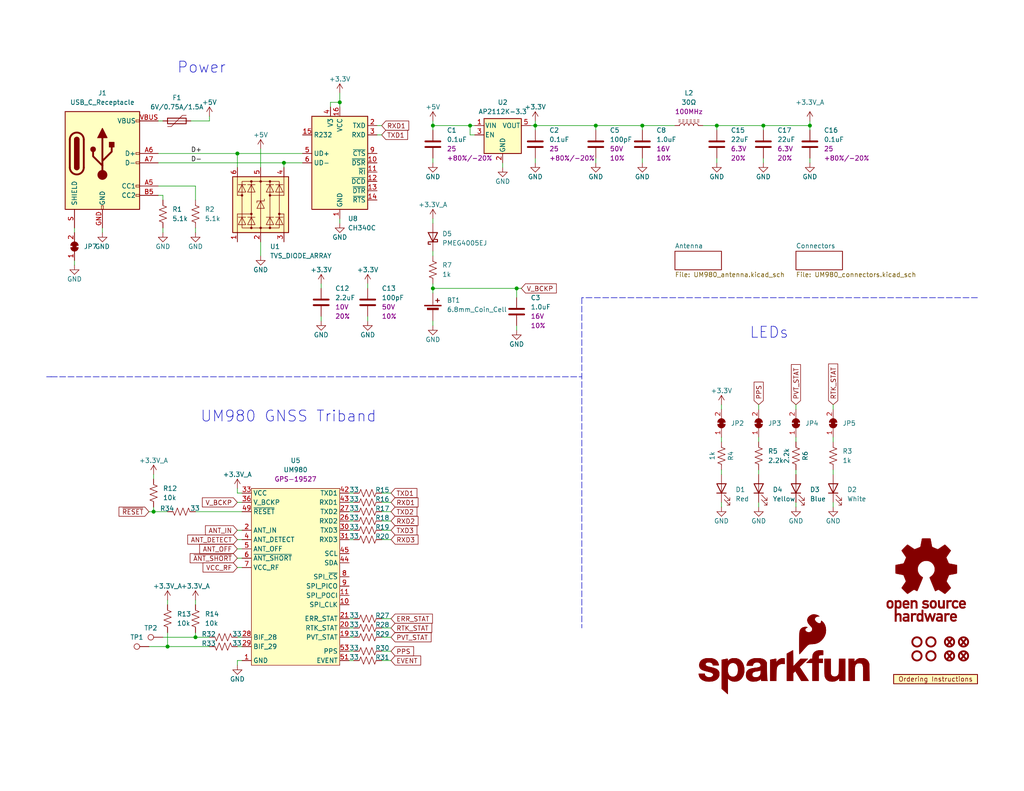
<source format=kicad_sch>
(kicad_sch (version 20230121) (generator eeschema)
  (paper "USLetter")
  (title_block (title "UM980 Triband GNSS Receiver Breakout") (date "2023-07-28") (rev "v10") (comment 1 "Designed by: N.Seidle"))
  (junction (at 53.34 173.99))
  (junction (at 208.28 34.29))
  (junction (at 220.98 34.29))
  (junction (at 128.27 34.29))
  (junction (at 64.77 41.91))
  (junction (at 195.58 34.29))
  (junction (at 175.26 34.29))
  (junction (at 162.56 34.29))
  (junction (at 45.72 176.53))
  (junction (at 118.11 34.29))
  (junction (at 92.71 27.94))
  (junction (at 146.05 34.29))
  (junction (at 140.97 78.74))
  (junction (at 118.11 78.74))
  (junction (at 77.47 44.45))
  (junction (at 41.91 139.7))
  (wire (pts (xy 227.33 120.65) (xy 227.33 119.38)))
  (wire (pts (xy 43.18 33.02) (xy 44.45 33.02)))
  (wire (pts (xy 44.45 173.99) (xy 53.34 173.99)))
  (wire (pts (xy 146.05 34.29) (xy 162.56 34.29)))
  (wire (pts (xy 195.58 44.45) (xy 195.58 43.18)))
  (wire (pts (xy 96.52 142.24) (xy 95.25 142.24)))
  (wire (pts (xy 77.47 44.45) (xy 77.47 45.72)))
  (wire (pts (xy 77.47 44.45) (xy 82.55 44.45)))
  (wire (pts (xy 104.14 177.8) (xy 106.68 177.8)))
  (wire (pts (xy 87.63 86.36) (xy 87.63 87.63)))
  (wire (pts (xy 64.77 147.32) (xy 66.04 147.32)))
  (wire (pts (xy 96.52 171.45) (xy 95.25 171.45)))
  (wire (pts (xy 196.85 137.16) (xy 196.85 138.43)))
  (wire (pts (xy 146.05 33.02) (xy 146.05 34.29)))
  (wire (pts (xy 208.28 34.29) (xy 220.98 34.29)))
  (wire (pts (xy 220.98 33.02) (xy 220.98 34.29)))
  (wire (pts (xy 175.26 43.18) (xy 175.26 44.45)))
  (wire (pts (xy 102.87 34.29) (xy 104.14 34.29)))
  (wire (pts (xy 104.14 144.78) (xy 106.68 144.78)))
  (wire (pts (xy 146.05 34.29) (xy 146.05 35.56)))
  (wire (pts (xy 129.54 36.83) (xy 128.27 36.83)))
  (wire (pts (xy 104.14 180.34) (xy 106.68 180.34)))
  (wire (pts (xy 208.28 34.29) (xy 208.28 35.56)))
  (wire (pts (xy 45.72 163.83) (xy 45.72 165.1)))
  (wire (pts (xy 118.11 43.18) (xy 118.11 44.45)))
  (wire (pts (xy 53.34 163.83) (xy 53.34 165.1)))
  (wire (pts (xy 64.77 137.16) (xy 66.04 137.16)))
  (wire (pts (xy 44.45 53.34) (xy 44.45 54.61)))
  (wire (pts (xy 90.17 27.94) (xy 92.71 27.94)))
  (wire (pts (xy 64.77 154.94) (xy 66.04 154.94)))
  (wire (pts (xy 52.07 33.02) (xy 57.15 33.02)))
  (wire (pts (xy 92.71 59.69) (xy 92.71 60.96)))
  (wire (pts (xy 227.33 137.16) (xy 227.33 138.43)))
  (wire (pts (xy 196.85 129.54) (xy 196.85 128.27)))
  (wire (pts (xy 217.17 120.65) (xy 217.17 119.38)))
  (wire (pts (xy 43.18 53.34) (xy 44.45 53.34)))
  (wire (pts (xy 104.14 139.7) (xy 106.68 139.7)))
  (wire (pts (xy 118.11 77.47) (xy 118.11 78.74)))
  (wire (pts (xy 64.77 149.86) (xy 66.04 149.86)))
  (wire (pts (xy 44.45 62.23) (xy 44.45 63.5)))
  (wire (pts (xy 118.11 88.9) (xy 118.11 87.63)))
  (wire (pts (xy 104.14 173.99) (xy 106.68 173.99)))
  (wire (pts (xy 196.85 120.65) (xy 196.85 119.38)))
  (wire (pts (xy 118.11 78.74) (xy 140.97 78.74)))
  (polyline (pts (xy 13.97 102.87) (xy 158.75 102.87)) (stroke (width 0) (type dash)))
  (wire (pts (xy 220.98 44.45) (xy 220.98 43.18)))
  (wire (pts (xy 64.77 152.4) (xy 66.04 152.4)))
  (wire (pts (xy 140.97 88.9) (xy 140.97 90.17)))
  (wire (pts (xy 191.77 34.29) (xy 195.58 34.29)))
  (wire (pts (xy 53.34 62.23) (xy 53.34 63.5)))
  (wire (pts (xy 64.77 41.91) (xy 82.55 41.91)))
  (wire (pts (xy 227.33 129.54) (xy 227.33 128.27)))
  (wire (pts (xy 162.56 43.18) (xy 162.56 44.45)))
  (wire (pts (xy 92.71 27.94) (xy 92.71 29.21)))
  (wire (pts (xy 137.16 44.45) (xy 137.16 45.72)))
  (wire (pts (xy 87.63 78.74) (xy 87.63 77.47)))
  (wire (pts (xy 71.12 40.64) (xy 71.12 45.72)))
  (wire (pts (xy 96.52 177.8) (xy 95.25 177.8)))
  (wire (pts (xy 64.77 41.91) (xy 64.77 45.72)))
  (wire (pts (xy 118.11 33.02) (xy 118.11 34.29)))
  (wire (pts (xy 64.77 133.35) (xy 64.77 134.62)))
  (wire (pts (xy 96.52 173.99) (xy 95.25 173.99)))
  (wire (pts (xy 118.11 59.69) (xy 118.11 60.96)))
  (wire (pts (xy 53.34 50.8) (xy 53.34 54.61)))
  (wire (pts (xy 53.34 173.99) (xy 57.15 173.99)))
  (wire (pts (xy 104.14 168.91) (xy 106.68 168.91)))
  (wire (pts (xy 40.64 139.7) (xy 41.91 139.7)))
  (wire (pts (xy 118.11 68.58) (xy 118.11 69.85)))
  (wire (pts (xy 96.52 144.78) (xy 95.25 144.78)))
  (wire (pts (xy 100.33 86.36) (xy 100.33 87.63)))
  (wire (pts (xy 41.91 139.7) (xy 45.72 139.7)))
  (wire (pts (xy 96.52 147.32) (xy 95.25 147.32)))
  (wire (pts (xy 43.18 50.8) (xy 53.34 50.8)))
  (wire (pts (xy 41.91 129.54) (xy 41.91 130.81)))
  (wire (pts (xy 118.11 34.29) (xy 128.27 34.29)))
  (wire (pts (xy 92.71 25.4) (xy 92.71 27.94)))
  (wire (pts (xy 27.94 62.23) (xy 27.94 63.5)))
  (wire (pts (xy 196.85 110.49) (xy 196.85 111.76)))
  (wire (pts (xy 128.27 34.29) (xy 128.27 36.83)))
  (wire (pts (xy 208.28 44.45) (xy 208.28 43.18)))
  (wire (pts (xy 104.14 142.24) (xy 106.68 142.24)))
  (wire (pts (xy 20.32 63.5) (xy 20.32 62.23)))
  (wire (pts (xy 207.01 137.16) (xy 207.01 138.43)))
  (wire (pts (xy 207.01 110.49) (xy 207.01 111.76)))
  (wire (pts (xy 162.56 34.29) (xy 162.56 35.56)))
  (wire (pts (xy 100.33 78.74) (xy 100.33 77.47)))
  (wire (pts (xy 96.52 137.16) (xy 95.25 137.16)))
  (polyline (pts (xy 12.7 102.87) (xy 13.97 102.87)) (stroke (width 0) (type dash)))
  (wire (pts (xy 104.14 171.45) (xy 106.68 171.45)))
  (wire (pts (xy 96.52 168.91) (xy 95.25 168.91)))
  (wire (pts (xy 195.58 34.29) (xy 195.58 35.56)))
  (wire (pts (xy 217.17 110.49) (xy 217.17 111.76)))
  (wire (pts (xy 175.26 34.29) (xy 184.15 34.29)))
  (wire (pts (xy 175.26 34.29) (xy 175.26 35.56)))
  (wire (pts (xy 220.98 34.29) (xy 220.98 35.56)))
  (wire (pts (xy 96.52 180.34) (xy 95.25 180.34)))
  (wire (pts (xy 45.72 176.53) (xy 45.72 172.72)))
  (wire (pts (xy 20.32 72.39) (xy 20.32 71.12)))
  (wire (pts (xy 90.17 29.21) (xy 90.17 27.94)))
  (wire (pts (xy 217.17 137.16) (xy 217.17 138.43)))
  (wire (pts (xy 104.14 137.16) (xy 106.68 137.16)))
  (wire (pts (xy 66.04 134.62) (xy 64.77 134.62)))
  (wire (pts (xy 144.78 34.29) (xy 146.05 34.29)))
  (wire (pts (xy 71.12 66.04) (xy 71.12 69.85)))
  (wire (pts (xy 96.52 134.62) (xy 95.25 134.62)))
  (wire (pts (xy 64.77 173.99) (xy 66.04 173.99)))
  (wire (pts (xy 64.77 180.34) (xy 64.77 181.61)))
  (wire (pts (xy 102.87 36.83) (xy 104.14 36.83)))
  (wire (pts (xy 53.34 139.7) (xy 66.04 139.7)))
  (wire (pts (xy 118.11 78.74) (xy 118.11 80.01)))
  (wire (pts (xy 45.72 176.53) (xy 57.15 176.53)))
  (polyline (pts (xy 266.7 81.28) (xy 158.75 81.28)) (stroke (width 0) (type dash)))
  (wire (pts (xy 128.27 34.29) (xy 129.54 34.29)))
  (wire (pts (xy 217.17 129.54) (xy 217.17 128.27)))
  (wire (pts (xy 43.18 41.91) (xy 64.77 41.91)))
  (polyline (pts (xy 158.75 81.28) (xy 158.75 171.45)) (stroke (width 0) (type dash)))
  (wire (pts (xy 207.01 120.65) (xy 207.01 119.38)))
  (wire (pts (xy 227.33 110.49) (xy 227.33 111.76)))
  (wire (pts (xy 57.15 31.75) (xy 57.15 33.02)))
  (wire (pts (xy 41.91 138.43) (xy 41.91 139.7)))
  (wire (pts (xy 162.56 34.29) (xy 175.26 34.29)))
  (wire (pts (xy 118.11 34.29) (xy 118.11 35.56)))
  (wire (pts (xy 66.04 180.34) (xy 64.77 180.34)))
  (wire (pts (xy 207.01 129.54) (xy 207.01 128.27)))
  (wire (pts (xy 140.97 78.74) (xy 142.24 78.74)))
  (wire (pts (xy 53.34 172.72) (xy 53.34 173.99)))
  (wire (pts (xy 64.77 144.78) (xy 66.04 144.78)))
  (wire (pts (xy 140.97 78.74) (xy 140.97 81.28)))
  (wire (pts (xy 195.58 34.29) (xy 208.28 34.29)))
  (wire (pts (xy 96.52 139.7) (xy 95.25 139.7)))
  (wire (pts (xy 64.77 176.53) (xy 66.04 176.53)))
  (wire (pts (xy 40.64 176.53) (xy 45.72 176.53)))
  (wire (pts (xy 104.14 147.32) (xy 106.68 147.32)))
  (wire (pts (xy 104.14 134.62) (xy 106.68 134.62)))
  (wire (pts (xy 146.05 43.18) (xy 146.05 44.45)))
  (wire (pts (xy 43.18 44.45) (xy 77.47 44.45)))
  (text "LEDs\n" (at 204.47 92.71 0) (effects (font (size 3 3)) (justify left bottom)))
  (text "UM980 GNSS Triband\n" (at 54.61 115.57 0) (effects (font (size 3 3)) (justify left bottom)))
  (text "Power\n" (at 48.26 20.32 0) (effects (font (size 3 3)) (justify left bottom)))
  (label "D+" (at 52.0636 41.91 0))
  (label "D-" (at 52.07 44.45 0))
  (global_label "EVENT" (shape input) (at 106.68 180.34 0) (property "Intersheetrefs" "${INTERSHEET_REFS}" (effects hide)))
  (global_label "ERR_STAT" (shape input) (at 106.68 168.91 0) (property "Intersheetrefs" "${INTERSHEET_REFS}" (effects hide)))
  (global_label "PVT_STAT" (shape input) (at 217.17 110.49 90) (property "Intersheetrefs" "${INTERSHEET_REFS}" (effects hide)))
  (global_label "ANT_IN" (shape input) (at 64.77 144.78 180) (property "Intersheetrefs" "${INTERSHEET_REFS}" (effects hide)))
  (global_label "PVT_STAT" (shape input) (at 106.68 173.99 0) (property "Intersheetrefs" "${INTERSHEET_REFS}" (effects hide)))
  (global_label "TXD3" (shape input) (at 106.68 144.78 0) (property "Intersheetrefs" "${INTERSHEET_REFS}" (effects hide)))
  (global_label "ANT_DETECT" (shape input) (at 64.77 147.32 180) (property "Intersheetrefs" "${INTERSHEET_REFS}" (effects hide)))
  (global_label "VCC_RF" (shape input) (at 64.77 154.94 180) (property "Intersheetrefs" "${INTERSHEET_REFS}" (effects hide)))
  (global_label "RTK_STAT" (shape input) (at 227.33 110.49 90) (property "Intersheetrefs" "${INTERSHEET_REFS}" (effects hide)))
  (global_label "RXD2" (shape input) (at 106.68 142.24 0) (property "Intersheetrefs" "${INTERSHEET_REFS}" (effects hide)))
  (global_label "RTK_STAT" (shape input) (at 106.68 171.45 0) (property "Intersheetrefs" "${INTERSHEET_REFS}" (effects hide)))
  (global_label "TXD1" (shape input) (at 104.14 36.83 0) (property "Intersheetrefs" "${INTERSHEET_REFS}" (effects hide)))
  (global_label "RXD1" (shape input) (at 104.14 34.29 0) (property "Intersheetrefs" "${INTERSHEET_REFS}" (effects hide)))
  (global_label "TXD2" (shape input) (at 106.68 139.7 0) (property "Intersheetrefs" "${INTERSHEET_REFS}" (effects hide)))
  (global_label "V_BCKP" (shape input) (at 64.77 137.16 180) (property "Intersheetrefs" "${INTERSHEET_REFS}" (effects hide)))
  (global_label "~{RESET}" (shape input) (at 40.64 139.7 180) (property "Intersheetrefs" "${INTERSHEET_REFS}" (effects hide)))
  (global_label "PPS" (shape input) (at 106.68 177.8 0) (property "Intersheetrefs" "${INTERSHEET_REFS}" (effects hide)))
  (global_label "RXD3" (shape input) (at 106.68 147.32 0) (property "Intersheetrefs" "${INTERSHEET_REFS}" (effects hide)))
  (global_label "TXD1" (shape input) (at 106.68 134.62 0) (property "Intersheetrefs" "${INTERSHEET_REFS}" (effects hide)))
  (global_label "V_BCKP" (shape input) (at 142.24 78.74 0) (property "Intersheetrefs" "${INTERSHEET_REFS}" (effects hide)))
  (global_label "RXD1" (shape input) (at 106.68 137.16 0) (property "Intersheetrefs" "${INTERSHEET_REFS}" (effects hide)))
  (global_label "PPS" (shape input) (at 207.01 110.49 90) (property "Intersheetrefs" "${INTERSHEET_REFS}" (effects hide)))
  (global_label "ANT_OFF" (shape input) (at 64.77 149.86 180) (property "Intersheetrefs" "${INTERSHEET_REFS}" (effects hide)))
  (global_label "~{ANT_SHORT}" (shape input) (at 64.77 152.4 180) (property "Intersheetrefs" "${INTERSHEET_REFS}" (effects hide)))
  (symbol (lib_id "SparkFun-Hardware:Stand_off") (at 250.19 179.07 0) (unit 1)
    (property "Reference" "ST4" (effects hide))
    (property "Value" "Stand_off" (effects hide))
    (property "Footprint" "SparkFun-Hardware:STAND-OFF" (effects hide))
  )
  (symbol (lib_id "SparkFun-Aesthetic:Ordering_Instructions") (at 254 185.42 0) (unit 1)
    (property "Reference" "U7" (effects hide))
    (property "Footprint" "SparkFun-Aesthetic:Ordering_Instructions" (effects hide))
  )
  (symbol (lib_id "SparkFun-PowerSymbol:+3.3V_A") (at 220.98 33.02 0) (unit 1)
    (property "Reference" "#PWR065" (effects hide))
    (property "Value" "+3.3V_A" (at 220.98 27.94 0))
  )
  (symbol (lib_id "SparkFun-Capacitor:100pF_0603_50V_10%") (at 162.56 39.37 0) (unit 1)
    (property "Reference" "C5" (at 166.37 35.56 0) (effects (justify left)))
    (property "Value" "100pF" (at 166.37 38.1 0) (effects (justify left)))
    (property "Footprint" "SparkFun-Capacitor:C_0603_1608Metric" (effects hide))
    (property "Datasheet" "[link text](https://cdn.sparkfun.com/assets/8/a/4/a/5/Kemet_Capacitor_Datasheet.pdf)" (effects hide))
    (property "PROD_ID" "CAP-07883" (effects hide))
    (property "Voltage" "50V" (at 166.37 40.64 0) (effects (justify left)))
    (property "Tolerance" "10%" (at 166.37 43.18 0) (effects (justify left)))
  )
  (symbol (lib_id "SparkFun-PowerSymbol:+3.3V_A") (at 53.34 163.83 0) (unit 1)
    (property "Reference" "#PWR054" (effects hide))
    (property "Value" "+3.3V_A" (at 53.34 160.02 0))
  )
  (symbol (lib_id "power:GND") (at 162.56 44.45 0) (unit 1)
    (property "Reference" "#PWR034" (effects hide))
    (property "Value" "GND" (at 162.56 48.26 0))
  )
  (symbol (lib_id "SparkFun-Jumper:SolderJumper_2_Bridged") (at 227.33 115.57 90) (unit 1)
    (property "Reference" "JP5" (at 229.87 115.57 90) (effects (justify right)))
    (property "Footprint" "SparkFun-Jumper:SMT-JUMPER_2_NC_TRACE_SILK" (effects hide))
  )
  (symbol (lib_id "SparkFun-Coil:30Ohm_100MHz_0603") (at 187.96 34.29 0) (unit 1)
    (property "Reference" "L2" (at 187.96 25.4 0))
    (property "Value" "30Ω" (at 187.96 27.94 0))
    (property "Footprint" "SparkFun-Capacitor:C_0603_1608Metric" (effects hide))
    (property "Datasheet" "https://product.tdk.com/en/system/files?file=dam/doc/product/emc/emc/beads/catalog/beads_commercial_power_mpz1608_en.pdf" (effects hide))
    (property "PROD_ID" "NDUC-07859" (effects hide))
    (property "Frequency" "100MHz" (at 187.96 30.48 0))
  )
  (symbol (lib_id "SparkFun-Connector:TestPoint_PTH") (at 40.64 176.53 90) (unit 1)
    (property "Reference" "TP1" (at 37.338 173.99 90))
    (property "Value" "TestPoint" (effects hide))
    (property "Footprint" "SparkFun-Connector:1X01" (effects hide))
  )
  (symbol (lib_id "SparkFun-Resistor:33_0603") (at 100.33 177.8 90) (unit 1)
    (property "Reference" "R30" (at 104.3345 176.9374 90))
    (property "Value" "33" (at 96.6335 176.8758 90))
    (property "Footprint" "SparkFun-Resistor:R_0603_1608Metric" (effects hide))
    (property "Datasheet" "https://www.vishay.com/docs/20035/dcrcwe3.pdf" (effects hide))
    (property "PROD_ID" "RES-08270" (effects hide))
  )
  (symbol (lib_id "SparkFun-Capacitor:22uF_0603_6.3V_20%") (at 195.58 39.37 0) (unit 1)
    (property "Reference" "C15" (at 199.39 35.56 0) (effects (justify left)))
    (property "Value" "22uF" (at 199.39 38.1 0) (effects (justify left)))
    (property "Footprint" "SparkFun-Capacitor:C_0603_1608Metric" (effects hide))
    (property "Datasheet" "[link text](https://cdn.sparkfun.com/assets/8/a/4/a/5/Kemet_Capacitor_Datasheet.pdf)" (effects hide))
    (property "PROD_ID" "CAP-14464" (effects hide))
    (property "Voltage" "6.3V" (at 199.39 40.64 0) (effects (justify left)))
    (property "Tolerance" "20%" (at 199.39 43.18 0) (effects (justify left)))
  )
  (symbol (lib_id "power:+5V") (at 57.15 31.75 0) (unit 1)
    (property "Reference" "#PWR09" (effects hide))
    (property "Value" "+5V" (at 57.15 27.94 0))
  )
  (symbol (lib_id "SparkFun-Fuse:Fuse 6V/0.75A/1.5A") (at 48.26 33.02 90) (unit 1)
    (property "Reference" "F1" (at 48.26 26.67 90))
    (property "Value" "6V/0.75A/1.5A" (at 48.26 29.21 90))
    (property "Footprint" "SparkFun-Fuse:1206" (effects hide))
    (property "Datasheet" "https://www.littelfuse.com/~/media/electronics/datasheets/resettable_ptcs/littelfuse_ptc_1206l_datasheet.pdf.pdf" (effects hide))
    (property "PROD_ID" "RES-11150" (effects hide))
  )
  (symbol (lib_id "power:GND") (at 87.63 87.63 0) (unit 1)
    (property "Reference" "#PWR046" (effects hide))
    (property "Value" "GND" (at 87.63 91.44 0))
  )
  (symbol (lib_id "SparkFun-Aesthetic:SparkFun_Logo") (at 213.36 182.88 0) (unit 1) (on_board no)
    (property "Reference" "G5" (effects hide))
    (property "Value" "SparkFun_Logo" (effects hide))
    (property "Footprint" "SparkFun-Aesthetic:SparkFun_Logo_8mm" (effects hide))
  )
  (symbol (lib_id "power:GND") (at 20.32 72.39 0) (unit 1)
    (property "Reference" "#PWR048" (effects hide))
    (property "Value" "GND" (at 20.32 76.2 0))
  )
  (symbol (lib_id "SparkFun-Capacitor:22uF_0603_6.3V_20%") (at 208.28 39.37 0) (unit 1)
    (property "Reference" "C17" (at 212.09 35.56 0) (effects (justify left)))
    (property "Value" "22uF" (at 212.09 38.1 0) (effects (justify left)))
    (property "Footprint" "SparkFun-Capacitor:C_0603_1608Metric" (effects hide))
    (property "Datasheet" "[link text](https://cdn.sparkfun.com/assets/8/a/4/a/5/Kemet_Capacitor_Datasheet.pdf)" (effects hide))
    (property "PROD_ID" "CAP-14464" (effects hide))
    (property "Voltage" "6.3V" (at 212.09 40.64 0) (effects (justify left)))
    (property "Tolerance" "20%" (at 212.09 43.18 0) (effects (justify left)))
  )
  (symbol (lib_id "SparkFun-IC-Comm:CH340C") (at 92.71 44.45 0) (unit 1)
    (property "Reference" "U8" (at 94.9041 59.69 0) (effects (justify left)))
    (property "Value" "CH340C" (at 94.9041 62.23 0) (effects (justify left)))
    (property "Footprint" "SparkFun-Semiconductor-Standard:SO16" (effects hide))
    (property "Datasheet" "https://datasheet.lcsc.com/szlcsc/Jiangsu-Qin-Heng-CH340C_C84681.pdf" (effects hide))
    (property "PROD_ID" "IC-14038" (effects hide))
  )
  (symbol (lib_id "power:GND") (at 175.26 44.45 0) (unit 1)
    (property "Reference" "#PWR035" (effects hide))
    (property "Value" "GND" (at 175.26 48.26 0))
  )
  (symbol (lib_id "power:GND") (at 146.05 44.45 0) (unit 1)
    (property "Reference" "#PWR04" (effects hide))
    (property "Value" "GND" (at 146.05 48.26 0))
  )
  (symbol (lib_id "SparkFun-Resistor:1k_0603") (at 227.33 124.46 0) (unit 1)
    (property "Reference" "R3" (at 229.87 123.19 0) (effects (justify left)))
    (property "Value" "1k" (at 229.87 125.73 0) (effects (justify left)))
    (property "Footprint" "SparkFun-Resistor:R_0603_1608Metric" (effects hide))
    (property "Datasheet" "https://www.vishay.com/docs/20035/dcrcwe3.pdf" (effects hide))
    (property "PROD_ID" "RES-07856" (effects hide))
  )
  (symbol (lib_id "SparkFun-PowerSymbol:+3.3V_A") (at 45.72 163.83 0) (unit 1)
    (property "Reference" "#PWR053" (effects hide))
    (property "Value" "+3.3V_A" (at 45.72 160.02 0))
  )
  (symbol (lib_id "SparkFun-Resistor:33_0603") (at 100.33 171.45 90) (unit 1)
    (property "Reference" "R28" (at 104.3345 170.5874 90))
    (property "Value" "33" (at 96.6335 170.5258 90))
    (property "Footprint" "SparkFun-Resistor:R_0603_1608Metric" (effects hide))
    (property "Datasheet" "https://www.vishay.com/docs/20035/dcrcwe3.pdf" (effects hide))
    (property "PROD_ID" "RES-08270" (effects hide))
  )
  (symbol (lib_id "SparkFun-Aesthetic:Fiducial_0.5") (at 262.89 175.26 0) (unit 1)
    (property "Reference" "FID1" (effects hide))
    (property "Value" "Fiducial_0.5" (effects hide))
    (property "Footprint" "SparkFun-Aesthetic:Fiducial_0.5mm_Mask1mm" (effects hide))
  )
  (symbol (lib_id "SparkFun-Resistor:33_0603") (at 100.33 134.62 90) (unit 1)
    (property "Reference" "R15" (at 104.3345 133.7574 90))
    (property "Value" "33" (at 96.6335 133.6958 90))
    (property "Footprint" "SparkFun-Resistor:R_0603_1608Metric" (effects hide))
    (property "Datasheet" "https://www.vishay.com/docs/20035/dcrcwe3.pdf" (effects hide))
    (property "PROD_ID" "RES-08270" (effects hide))
  )
  (symbol (lib_id "power:GND") (at 118.11 44.45 0) (unit 1)
    (property "Reference" "#PWR03" (effects hide))
    (property "Value" "GND" (at 118.11 48.26 0))
  )
  (symbol (lib_id "power:+5V") (at 118.11 33.02 0) (unit 1)
    (property "Reference" "#PWR014" (effects hide))
    (property "Value" "+5V" (at 118.11 29.21 0))
  )
  (symbol (lib_id "SparkFun-Aesthetic:Fiducial_0.5") (at 262.89 179.07 0) (unit 1)
    (property "Reference" "FID4" (effects hide))
    (property "Value" "Fiducial_0.5" (effects hide))
    (property "Footprint" "SparkFun-Aesthetic:Fiducial_0.5mm_Mask1mm" (effects hide))
  )
  (symbol (lib_id "SparkFun-Regulator:AP2112K-3.3") (at 137.16 36.83 0) (unit 1)
    (property "Reference" "U2" (at 137.16 27.94 0))
    (property "Value" "AP2112K-3.3" (at 137.16 30.48 0))
    (property "Footprint" "SparkFun-Semiconductor-Standard:SOT23-5" (effects hide))
    (property "Datasheet" "https://www.diodes.com/assets/Datasheets/AP2112.pdf" (effects hide))
    (property "PROD_ID" "VREG-12457" (effects hide))
  )
  (symbol (lib_id "power:+5V") (at 71.12 40.64 0) (unit 1)
    (property "Reference" "#PWR08" (effects hide))
    (property "Value" "+5V" (at 71.12 36.83 0))
  )
  (symbol (lib_id "SparkFun-Resistor:33_0603") (at 60.96 173.99 270) (mirror x) (unit 1)
    (property "Reference" "R32" (at 56.9555 173.1274 90))
    (property "Value" "33" (at 64.6565 173.0658 90))
    (property "Footprint" "SparkFun-Resistor:R_0603_1608Metric" (effects hide))
    (property "Datasheet" "https://www.vishay.com/docs/20035/dcrcwe3.pdf" (effects hide))
    (property "PROD_ID" "RES-08270" (effects hide))
  )
  (symbol (lib_id "SparkFun-Resistor:5.1k_0603") (at 44.45 58.42 0) (unit 1)
    (property "Reference" "R1" (at 46.99 57.15 0) (effects (justify left)))
    (property "Value" "5.1k" (at 46.99 59.69 0) (effects (justify left)))
    (property "Footprint" "SparkFun-Resistor:R_0603_1608Metric" (effects hide))
    (property "Datasheet" "https://www.vishay.com/docs/20035/dcrcwe3.pdf" (effects hide))
    (property "PROD_ID" "RES-12083" (effects hide))
  )
  (symbol (lib_id "power:GND") (at 140.97 90.17 0) (unit 1)
    (property "Reference" "#PWR026" (effects hide))
    (property "Value" "GND" (at 140.97 93.98 0))
  )
  (symbol (lib_id "power:GND") (at 27.94 63.5 0) (unit 1)
    (property "Reference" "#PWR013" (effects hide))
    (property "Value" "GND" (at 27.94 67.31 0))
  )
  (symbol (lib_id "SparkFun-Jumper:SolderJumper_2_Bridged") (at 217.17 115.57 90) (unit 1)
    (property "Reference" "JP4" (at 219.71 115.57 90) (effects (justify right)))
    (property "Footprint" "SparkFun-Jumper:SMT-JUMPER_2_NC_TRACE_SILK" (effects hide))
  )
  (symbol (lib_id "power:GND") (at 44.45 63.5 0) (unit 1)
    (property "Reference" "#PWR015" (effects hide))
    (property "Value" "GND" (at 44.45 67.31 0))
  )
  (symbol (lib_id "SparkFun-Hardware:Stand_off") (at 254 179.07 0) (unit 1)
    (property "Reference" "ST2" (effects hide))
    (property "Value" "Stand_off" (effects hide))
    (property "Footprint" "SparkFun-Hardware:STAND-OFF" (effects hide))
  )
  (symbol (lib_id "SparkFun-LED:LED_Red_0603") (at 196.85 133.35 90) (unit 1)
    (property "Reference" "D1" (at 200.66 133.6675 90) (effects (justify right)))
    (property "Value" "Red" (at 200.66 136.2075 90) (effects (justify right)))
    (property "Footprint" "SparkFun-LED:LED_0603_1608Metric" (effects hide))
    (property "Datasheet" "https://docs.broadcom.com/docs/AV02-0551EN" (effects hide))
    (property "PROD_ID" "DIO-00819" (effects hide))
  )
  (symbol (lib_id "SparkFun-Capacitor:2.2uF_0603_10V_20%") (at 87.63 82.55 0) (unit 1)
    (property "Reference" "C12" (at 91.44 78.74 0) (effects (justify left)))
    (property "Value" "2.2uF" (at 91.44 81.28 0) (effects (justify left)))
    (property "Footprint" "SparkFun-Capacitor:C_0603_1608Metric" (effects hide))
    (property "Datasheet" "[link text](https://cdn.sparkfun.com/assets/8/a/4/a/5/Kemet_Capacitor_Datasheet.pdf)" (effects hide))
    (property "PROD_ID" "CAP-07888" (effects hide))
    (property "Voltage" "10V" (at 91.44 83.82 0) (effects (justify left)))
    (property "Tolerance" "20%" (at 91.44 86.36 0) (effects (justify left)))
  )
  (symbol (lib_id "power:GND") (at 118.11 88.9 0) (unit 1)
    (property "Reference" "#PWR024" (effects hide))
    (property "Value" "GND" (at 118.11 92.71 0))
  )
  (symbol (lib_id "SparkFun-PowerSymbol:+3.3V_A") (at 41.91 129.54 0) (unit 1)
    (property "Reference" "#PWR01" (effects hide))
    (property "Value" "+3.3V_A" (at 41.91 125.73 0))
  )
  (symbol (lib_id "SparkFun-Battery:BATTERY_6.8mm_ML414H_IV01E") (at 118.11 85.09 0) (unit 1)
    (property "Reference" "BT1" (at 121.92 81.9785 0) (effects (justify left)))
    (property "Value" "6.8mm_Coin_Cell" (at 121.92 84.5185 0) (effects (justify left)))
    (property "Footprint" "SparkFun-Battery:ML414H_IV01E" (effects hide))
    (property "PROD_ID" "BATT-14267" (effects hide))
  )
  (symbol (lib_id "SparkFun-Jumper:SolderJumper_2_Bridged") (at 196.85 115.57 90) (unit 1)
    (property "Reference" "JP2" (at 199.39 115.57 90) (effects (justify right)))
    (property "Footprint" "SparkFun-Jumper:SMT-JUMPER_2_NC_TRACE_SILK" (effects hide))
  )
  (symbol (lib_id "SparkFun-Resistor:2.2k_0603") (at 207.01 124.46 0) (unit 1)
    (property "Reference" "R5" (at 209.55 123.19 0) (effects (justify left)))
    (property "Value" "2.2k" (at 209.55 125.73 0) (effects (justify left)))
    (property "Footprint" "SparkFun-Resistor:R_0603_1608Metric" (effects hide))
    (property "Datasheet" "https://www.vishay.com/docs/20035/dcrcwe3.pdf" (effects hide))
    (property "PROD_ID" "RES-08272" (effects hide))
  )
  (symbol (lib_id "SparkFun-Capacitor:1.0uF_0603_16V_10%") (at 140.97 85.09 0) (unit 1)
    (property "Reference" "C3" (at 144.78 81.28 0) (effects (justify left)))
    (property "Value" "1.0uF" (at 144.78 83.82 0) (effects (justify left)))
    (property "Footprint" "SparkFun-Capacitor:C_0603_1608Metric" (effects hide))
    (property "Datasheet" "[link text](https://cdn.sparkfun.com/assets/8/a/4/a/5/Kemet_Capacitor_Datasheet.pdf)" (effects hide))
    (property "PROD_ID" "CAP-13930" (effects hide))
    (property "Voltage" "16V" (at 144.78 86.36 0) (effects (justify left)))
    (property "Tolerance" "10%" (at 144.78 88.9 0) (effects (justify left)))
  )
  (symbol (lib_id "SparkFun-Aesthetic:OSHW_Logo") (at 252.73 162.56 0) (unit 1) (in_bom no)
    (property "Reference" "G1" (effects hide))
    (property "Value" "OSHW_Logo" (effects hide))
    (property "Footprint" "SparkFun-Aesthetic:Creative_Commons_License" (effects hide))
  )
  (symbol (lib_id "power:GND") (at 137.16 45.72 0) (unit 1)
    (property "Reference" "#PWR06" (effects hide))
    (property "Value" "GND" (at 137.16 49.53 0))
  )
  (symbol (lib_id "SparkFun-Hardware:Stand_off") (at 250.19 175.26 0) (unit 1)
    (property "Reference" "ST3" (effects hide))
    (property "Value" "Stand_off" (effects hide))
    (property "Footprint" "SparkFun-Hardware:STAND-OFF" (effects hide))
  )
  (symbol (lib_id "SparkFun-Resistor:33_0603") (at 100.33 173.99 90) (unit 1)
    (property "Reference" "R29" (at 104.3345 173.1274 90))
    (property "Value" "33" (at 96.6335 173.0658 90))
    (property "Footprint" "SparkFun-Resistor:R_0603_1608Metric" (effects hide))
    (property "Datasheet" "https://www.vishay.com/docs/20035/dcrcwe3.pdf" (effects hide))
    (property "PROD_ID" "RES-08270" (effects hide))
  )
  (symbol (lib_id "SparkFun-Resistor:10k_0603") (at 45.72 168.91 0) (unit 1)
    (property "Reference" "R13" (at 48.26 167.64 0) (effects (justify left)))
    (property "Value" "10k" (at 48.26 170.18 0) (effects (justify left)))
    (property "Footprint" "SparkFun-Resistor:R_0603_1608Metric" (effects hide))
    (property "Datasheet" "https://www.vishay.com/docs/20035/dcrcwe3.pdf" (effects hide))
    (property "PROD_ID" "RES-00824" (effects hide))
  )
  (symbol (lib_id "SparkFun-Resistor:33_0603") (at 100.33 147.32 90) (unit 1)
    (property "Reference" "R20" (at 104.3345 146.4574 90))
    (property "Value" "33" (at 96.6335 146.3958 90))
    (property "Footprint" "SparkFun-Resistor:R_0603_1608Metric" (effects hide))
    (property "Datasheet" "https://www.vishay.com/docs/20035/dcrcwe3.pdf" (effects hide))
    (property "PROD_ID" "RES-08270" (effects hide))
  )
  (symbol (lib_id "power:GND") (at 53.34 63.5 0) (unit 1)
    (property "Reference" "#PWR016" (effects hide))
    (property "Value" "GND" (at 53.34 67.31 0))
  )
  (symbol (lib_id "power:+3.3V") (at 146.05 33.02 0) (unit 1)
    (property "Reference" "#PWR017" (effects hide))
    (property "Value" "+3.3V" (at 146.05 29.21 0))
  )
  (symbol (lib_id "power:+3.3V") (at 196.85 110.49 0) (unit 1)
    (property "Reference" "#PWR023" (effects hide))
    (property "Value" "+3.3V" (at 196.85 106.68 0))
  )
  (symbol (lib_id "SparkFun-Hardware:Stand_off") (at 254 175.26 0) (unit 1)
    (property "Reference" "ST1" (effects hide))
    (property "Value" "Stand_off" (effects hide))
    (property "Footprint" "SparkFun-Hardware:STAND-OFF" (effects hide))
  )
  (symbol (lib_id "SparkFun-DiscreteSemi:D_TVS_ESD_USB") (at 71.12 54.61 0) (unit 1)
    (property "Reference" "U1" (at 73.66 67.31 0) (effects (justify left)))
    (property "Value" "TVS_DIODE_ARRAY" (at 73.66 69.85 0) (effects (justify left)))
    (property "Footprint" "SparkFun-Semiconductor-Standard:SOT23-6" (effects hide))
    (property "Datasheet" "https://www.diodes.com/assets/Datasheets/DT1042-04SO.pdf" (effects hide))
    (property "PROD_ID" "IC-13538" (effects hide))
  )
  (symbol (lib_id "SparkFun-Resistor:10k_0603") (at 41.91 134.62 0) (unit 1)
    (property "Reference" "R12" (at 44.45 133.35 0) (effects (justify left)))
    (property "Value" "10k" (at 44.45 135.89 0) (effects (justify left)))
    (property "Footprint" "SparkFun-Resistor:R_0603_1608Metric" (effects hide))
    (property "Datasheet" "https://www.vishay.com/docs/20035/dcrcwe3.pdf" (effects hide))
    (property "PROD_ID" "RES-00824" (effects hide))
  )
  (symbol (lib_id "power:GND") (at 195.58 44.45 0) (unit 1)
    (property "Reference" "#PWR064" (effects hide))
    (property "Value" "GND" (at 195.58 48.26 0))
  )
  (symbol (lib_id "SparkFun-Capacitor:0.1uF_0603_25V_20%") (at 118.11 39.37 0) (unit 1)
    (property "Reference" "C1" (at 121.92 35.56 0) (effects (justify left)))
    (property "Value" "0.1uF" (at 121.92 38.1 0) (effects (justify left)))
    (property "Footprint" "SparkFun-Capacitor:C_0603_1608Metric" (effects hide))
    (property "Datasheet" "https://cdn.sparkfun.com/assets/8/a/4/a/5/Kemet_Capacitor_Datasheet.pdf" (effects hide))
    (property "PROD_ID" "CAP-00810" (effects hide))
    (property "Voltage" "25" (at 121.92 40.64 0) (effects (justify left)))
    (property "Tolerance" "+80%/-20%" (at 121.92 43.18 0) (effects (justify left)))
  )
  (symbol (lib_id "SparkFun-Resistor:5.1k_0603") (at 53.34 58.42 0) (unit 1)
    (property "Reference" "R2" (at 55.88 57.15 0) (effects (justify left)))
    (property "Value" "5.1k" (at 55.88 59.69 0) (effects (justify left)))
    (property "Footprint" "SparkFun-Resistor:R_0603_1608Metric" (effects hide))
    (property "Datasheet" "https://www.vishay.com/docs/20035/dcrcwe3.pdf" (effects hide))
    (property "PROD_ID" "RES-12083" (effects hide))
  )
  (symbol (lib_id "SparkFun-Resistor:1k_0603") (at 118.11 73.66 0) (unit 1)
    (property "Reference" "R7" (at 120.65 72.39 0) (effects (justify left)))
    (property "Value" "1k" (at 120.65 74.93 0) (effects (justify left)))
    (property "Footprint" "SparkFun-Resistor:R_0603_1608Metric" (effects hide))
    (property "Datasheet" "https://www.vishay.com/docs/20035/dcrcwe3.pdf" (effects hide))
    (property "PROD_ID" "RES-07856" (effects hide))
  )
  (symbol (lib_id "SparkFun-LED:LED_Blue_0603") (at 217.17 133.35 90) (unit 1)
    (property "Reference" "D3" (at 220.98 133.6675 90) (effects (justify right)))
    (property "Value" "Blue" (at 220.98 136.2075 90) (effects (justify right)))
    (property "Footprint" "SparkFun-LED:LED_0603_1608Metric" (effects hide))
    (property "Datasheet" "https://media.digikey.com/pdf/Data%20Sheets/Rohm%20PDFs/SMLE12_Series_Rev2.0_2007.pdf" (effects hide))
    (property "PROD_ID" "DIO-08575" (effects hide))
  )
  (symbol (lib_id "SparkFun-LED:LED_Yellow_0603") (at 207.01 133.35 90) (unit 1)
    (property "Reference" "D4" (at 210.82 133.6675 90) (effects (justify right)))
    (property "Value" "Yellow" (at 210.82 136.2075 90) (effects (justify right)))
    (property "Footprint" "SparkFun-LED:LED_0603_1608Metric" (effects hide))
    (property "Datasheet" "https://www.kingbrightusa.com/images/catalog/SPEC/APT1608SYCK.pdf" (effects hide))
    (property "PROD_ID" "DIO-09003" (effects hide))
  )
  (symbol (lib_id "SparkFun-Capacitor:1.0uF_0603_16V_10%") (at 175.26 39.37 0) (unit 1)
    (property "Reference" "C8" (at 179.07 35.56 0) (effects (justify left)))
    (property "Value" "1.0uF" (at 179.07 38.1 0) (effects (justify left)))
    (property "Footprint" "SparkFun-Capacitor:C_0603_1608Metric" (effects hide))
    (property "Datasheet" "[link text](https://cdn.sparkfun.com/assets/8/a/4/a/5/Kemet_Capacitor_Datasheet.pdf)" (effects hide))
    (property "PROD_ID" "CAP-13930" (effects hide))
    (property "Voltage" "16V" (at 179.07 40.64 0) (effects (justify left)))
    (property "Tolerance" "10%" (at 179.07 43.18 0) (effects (justify left)))
  )
  (symbol (lib_id "power:GND") (at 208.28 44.45 0) (unit 1)
    (property "Reference" "#PWR066" (effects hide))
    (property "Value" "GND" (at 208.28 48.26 0))
  )
  (symbol (lib_id "power:+3.3V") (at 87.63 77.47 0) (unit 1)
    (property "Reference" "#PWR044" (effects hide))
    (property "Value" "+3.3V" (at 87.63 73.66 0))
  )
  (symbol (lib_id "power:+3.3V") (at 92.71 25.4 0) (unit 1)
    (property "Reference" "#PWR012" (effects hide))
    (property "Value" "+3.3V" (at 92.71 21.59 0))
  )
  (symbol (lib_id "SparkFun-Connector:TestPoint_PTH") (at 44.45 173.99 90) (unit 1)
    (property "Reference" "TP2" (at 41.148 171.45 90))
    (property "Value" "TestPoint" (effects hide))
    (property "Footprint" "SparkFun-Connector:1X01" (effects hide))
  )
  (symbol (lib_id "power:GND") (at 217.17 138.43 0) (unit 1)
    (property "Reference" "#PWR027" (effects hide))
    (property "Value" "GND" (at 217.17 142.24 0))
  )
  (symbol (lib_id "SparkFun-Connector:USB_C_Receptacle") (at 27.94 41.91 0) (unit 1)
    (property "Reference" "J1" (at 27.94 25.4 0))
    (property "Value" "USB_C_Receptacle" (at 27.94 27.94 0))
    (property "Footprint" "SparkFun-Connector:USB-C-16P" (effects hide))
    (property "Datasheet" "https://www.usb.org/sites/default/files/documents/usb_type-c.zip" (effects hide))
    (property "PROD_ID" "CONN-14122" (effects hide))
  )
  (symbol (lib_id "SparkFun-Aesthetic:SparkFun_Logo") (at 213.36 182.88 0) (unit 1) (on_board no)
    (property "Reference" "G3" (effects hide))
    (property "Value" "SparkFun_Logo" (effects hide))
  )
  (symbol (lib_id "SparkFun-Aesthetic:Fiducial_0.5") (at 259.08 175.26 0) (unit 1)
    (property "Reference" "FID2" (effects hide))
    (property "Value" "Fiducial_0.5" (effects hide))
    (property "Footprint" "SparkFun-Aesthetic:Fiducial_0.5mm_Mask1mm" (effects hide))
  )
  (symbol (lib_id "SparkFun-Resistor:2.2k_0603") (at 217.17 124.46 0) (unit 1)
    (property "Reference" "R6" (at 219.71 124.46 90))
    (property "Value" "2.2k" (at 214.63 124.46 90))
    (property "Footprint" "SparkFun-Resistor:R_0603_1608Metric" (effects hide))
    (property "Datasheet" "https://www.vishay.com/docs/20035/dcrcwe3.pdf" (effects hide))
    (property "PROD_ID" "RES-08272" (effects hide))
  )
  (symbol (lib_id "power:GND") (at 100.33 87.63 0) (unit 1)
    (property "Reference" "#PWR047" (effects hide))
    (property "Value" "GND" (at 100.33 91.44 0))
  )
  (symbol (lib_id "power:GND") (at 220.98 44.45 0) (unit 1)
    (property "Reference" "#PWR067" (effects hide))
    (property "Value" "GND" (at 220.98 48.26 0))
  )
  (symbol (lib_id "SparkFun-PowerSymbol:+3.3V_A") (at 118.11 59.69 0) (unit 1)
    (property "Reference" "#PWR028" (effects hide))
    (property "Value" "+3.3V_A" (at 118.11 55.88 0))
  )
  (symbol (lib_id "SparkFun-Resistor:33_0603") (at 100.33 168.91 90) (unit 1)
    (property "Reference" "R27" (at 104.3345 168.0474 90))
    (property "Value" "33" (at 96.6335 167.9858 90))
    (property "Footprint" "SparkFun-Resistor:R_0603_1608Metric" (effects hide))
    (property "Datasheet" "https://www.vishay.com/docs/20035/dcrcwe3.pdf" (effects hide))
    (property "PROD_ID" "RES-08270" (effects hide))
  )
  (symbol (lib_id "power:+3.3V") (at 100.33 77.47 0) (unit 1)
    (property "Reference" "#PWR045" (effects hide))
    (property "Value" "+3.3V" (at 100.33 73.66 0))
  )
  (symbol (lib_id "SparkFun-Resistor:33_0603") (at 100.33 139.7 90) (unit 1)
    (property "Reference" "R17" (at 104.3345 138.8374 90))
    (property "Value" "33" (at 96.6335 138.7758 90))
    (property "Footprint" "SparkFun-Resistor:R_0603_1608Metric" (effects hide))
    (property "Datasheet" "https://www.vishay.com/docs/20035/dcrcwe3.pdf" (effects hide))
    (property "PROD_ID" "RES-08270" (effects hide))
  )
  (symbol (lib_id "power:GND") (at 227.33 138.43 0) (unit 1)
    (property "Reference" "#PWR025" (effects hide))
    (property "Value" "GND" (at 227.33 142.24 0))
  )
  (symbol (lib_id "power:GND") (at 71.12 69.85 0) (unit 1)
    (property "Reference" "#PWR07" (effects hide))
    (property "Value" "GND" (at 71.12 73.66 0))
  )
  (symbol (lib_id "SparkFun-Capacitor:0.1uF_0603_25V_20%") (at 146.05 39.37 0) (unit 1)
    (property "Reference" "C2" (at 149.86 35.56 0) (effects (justify left)))
    (property "Value" "0.1uF" (at 149.86 38.1 0) (effects (justify left)))
    (property "Footprint" "SparkFun-Capacitor:C_0603_1608Metric" (effects hide))
    (property "Datasheet" "https://cdn.sparkfun.com/assets/8/a/4/a/5/Kemet_Capacitor_Datasheet.pdf" (effects hide))
    (property "PROD_ID" "CAP-00810" (effects hide))
    (property "Voltage" "25" (at 149.86 40.64 0) (effects (justify left)))
    (property "Tolerance" "+80%/-20%" (at 149.86 43.18 0) (effects (justify left)))
  )
  (symbol (lib_id "SparkFun-GPS:UM980") (at 81.28 156.21 0) (unit 1)
    (property "Reference" "U5" (at 80.645 125.73 0))
    (property "Value" "UM980" (at 80.645 128.27 0))
    (property "Footprint" "SparkFun-GPS:UM980" (effects hide))
    (property "Datasheet" "https://cdn.sparkfun.com/assets/c/0/6/7/5/UM980_Datasheet.pdf" (effects hide))
    (property "PROD_ID" "GPS-19527" (at 80.645 130.81 0))
  )
  (symbol (lib_id "SparkFun-Resistor:1k_0603") (at 196.85 124.46 0) (unit 1)
    (property "Reference" "R4" (at 199.39 124.46 90))
    (property "Value" "1k" (at 194.31 124.46 90))
    (property "Footprint" "SparkFun-Resistor:R_0603_1608Metric" (effects hide))
    (property "Datasheet" "https://www.vishay.com/docs/20035/dcrcwe3.pdf" (effects hide))
    (property "PROD_ID" "RES-07856" (effects hide))
  )
  (symbol (lib_id "SparkFun-Jumper:SolderJumper_2_Bridged") (at 20.32 67.31 90) (unit 1)
    (property "Reference" "JP7" (at 22.86 67.31 90) (effects (justify right)))
    (property "Footprint" "SparkFun-Jumper:SMT-JUMPER_2_NC_TRACE_SILK" (effects hide))
  )
  (symbol (lib_id "SparkFun-Resistor:33_0603") (at 100.33 144.78 90) (unit 1)
    (property "Reference" "R19" (at 104.3345 143.9174 90))
    (property "Value" "33" (at 96.6335 143.8558 90))
    (property "Footprint" "SparkFun-Resistor:R_0603_1608Metric" (effects hide))
    (property "Datasheet" "https://www.vishay.com/docs/20035/dcrcwe3.pdf" (effects hide))
    (property "PROD_ID" "RES-08270" (effects hide))
  )
  (symbol (lib_id "SparkFun-Resistor:33_0603") (at 60.96 176.53 270) (mirror x) (unit 1)
    (property "Reference" "R33" (at 56.9555 175.6674 90))
    (property "Value" "33" (at 64.6565 175.6058 90))
    (property "Footprint" "SparkFun-Resistor:R_0603_1608Metric" (effects hide))
    (property "Datasheet" "https://www.vishay.com/docs/20035/dcrcwe3.pdf" (effects hide))
    (property "PROD_ID" "RES-08270" (effects hide))
  )
  (symbol (lib_id "SparkFun-PowerSymbol:+3.3V_A") (at 64.77 133.35 0) (unit 1)
    (property "Reference" "#PWR043" (effects hide))
    (property "Value" "+3.3V_A" (at 64.77 129.54 0))
  )
  (symbol (lib_id "SparkFun-Resistor:10k_0603") (at 53.34 168.91 0) (unit 1)
    (property "Reference" "R14" (at 55.88 167.64 0) (effects (justify left)))
    (property "Value" "10k" (at 55.88 170.18 0) (effects (justify left)))
    (property "Footprint" "SparkFun-Resistor:R_0603_1608Metric" (effects hide))
    (property "Datasheet" "https://www.vishay.com/docs/20035/dcrcwe3.pdf" (effects hide))
    (property "PROD_ID" "RES-00824" (effects hide))
  )
  (symbol (lib_id "SparkFun-Jumper:SolderJumper_2_Bridged") (at 207.01 115.57 90) (unit 1)
    (property "Reference" "JP3" (at 209.55 115.57 90) (effects (justify right)))
    (property "Footprint" "SparkFun-Jumper:SMT-JUMPER_2_NC_TRACE_SILK" (effects hide))
  )
  (symbol (lib_id "SparkFun-Capacitor:0.1uF_0603_25V_20%") (at 220.98 39.37 0) (unit 1)
    (property "Reference" "C16" (at 224.79 35.56 0) (effects (justify left)))
    (property "Value" "0.1uF" (at 224.79 38.1 0) (effects (justify left)))
    (property "Footprint" "SparkFun-Capacitor:C_0603_1608Metric" (effects hide))
    (property "Datasheet" "https://cdn.sparkfun.com/assets/8/a/4/a/5/Kemet_Capacitor_Datasheet.pdf" (effects hide))
    (property "PROD_ID" "CAP-00810" (effects hide))
    (property "Voltage" "25" (at 224.79 40.64 0) (effects (justify left)))
    (property "Tolerance" "+80%/-20%" (at 224.79 43.18 0) (effects (justify left)))
  )
  (symbol (lib_id "SparkFun-Aesthetic:Fiducial_0.5") (at 259.08 179.07 0) (unit 1)
    (property "Reference" "FID3" (effects hide))
    (property "Value" "Fiducial_0.5" (effects hide))
    (property "Footprint" "SparkFun-Aesthetic:Fiducial_0.5mm_Mask1mm" (effects hide))
  )
  (symbol (lib_id "SparkFun-Resistor:33_0603") (at 100.33 142.24 90) (unit 1)
    (property "Reference" "R18" (at 104.3345 141.3774 90))
    (property "Value" "33" (at 96.6335 141.3158 90))
    (property "Footprint" "SparkFun-Resistor:R_0603_1608Metric" (effects hide))
    (property "Datasheet" "https://www.vishay.com/docs/20035/dcrcwe3.pdf" (effects hide))
    (property "PROD_ID" "RES-08270" (effects hide))
  )
  (symbol (lib_id "SparkFun-Capacitor:100pF_0603_50V_10%") (at 100.33 82.55 0) (unit 1)
    (property "Reference" "C13" (at 104.14 78.74 0) (effects (justify left)))
    (property "Value" "100pF" (at 104.14 81.28 0) (effects (justify left)))
    (property "Footprint" "SparkFun-Capacitor:C_0603_1608Metric" (effects hide))
    (property "Datasheet" "[link text](https://cdn.sparkfun.com/assets/8/a/4/a/5/Kemet_Capacitor_Datasheet.pdf)" (effects hide))
    (property "PROD_ID" "CAP-07883" (effects hide))
    (property "Voltage" "50V" (at 104.14 83.82 0) (effects (justify left)))
    (property "Tolerance" "10%" (at 104.14 86.36 0) (effects (justify left)))
  )
  (symbol (lib_id "power:GND") (at 64.77 181.61 0) (unit 1)
    (property "Reference" "#PWR02" (effects hide))
    (property "Value" "GND" (at 64.77 185.42 0))
  )
  (symbol (lib_id "SparkFun-DiscreteSemi:D_Schottky_0.5A_40V_0.42V") (at 118.11 64.77 90) (unit 1)
    (property "Reference" "D5" (at 120.65 63.8175 90) (effects (justify right)))
    (property "Value" "PMEG4005EJ" (at 120.65 66.3575 90) (effects (justify right)))
    (property "Footprint" "SparkFun-Semiconductor-Standard:SOD-323" (effects hide))
    (property "PROD_ID" "DIO-10955" (effects hide))
  )
  (symbol (lib_id "SparkFun-Resistor:33_0603") (at 49.53 139.7 270) (mirror x) (unit 1)
    (property "Reference" "R34" (at 45.6143 138.8267 90))
    (property "Value" "33" (at 53.2265 138.7758 90))
    (property "Footprint" "SparkFun-Resistor:R_0603_1608Metric" (effects hide))
    (property "Datasheet" "https://www.vishay.com/docs/20035/dcrcwe3.pdf" (effects hide))
    (property "PROD_ID" "RES-08270" (effects hide))
  )
  (symbol (lib_id "SparkFun-Resistor:33_0603") (at 100.33 137.16 90) (unit 1)
    (property "Reference" "R16" (at 104.3345 136.2974 90))
    (property "Value" "33" (at 96.6335 136.2358 90))
    (property "Footprint" "SparkFun-Resistor:R_0603_1608Metric" (effects hide))
    (property "Datasheet" "https://www.vishay.com/docs/20035/dcrcwe3.pdf" (effects hide))
    (property "PROD_ID" "RES-08270" (effects hide))
  )
  (symbol (lib_id "power:GND") (at 196.85 138.43 0) (unit 1)
    (property "Reference" "#PWR022" (effects hide))
    (property "Value" "GND" (at 196.85 142.24 0))
  )
  (symbol (lib_id "SparkFun-LED:LED_White_0603") (at 227.33 133.35 90) (unit 1)
    (property "Reference" "D2" (at 231.14 133.6675 90) (effects (justify right)))
    (property "Value" "White" (at 231.14 136.2075 90) (effects (justify right)))
    (property "Footprint" "SparkFun-LED:LED_0603_1608Metric" (effects hide))
    (property "Datasheet" "https://www.qt-brightek.com/datasheet/QBLP601_series.pdf" (effects hide))
    (property "PROD_ID" "DIO-09004" (effects hide))
  )
  (symbol (lib_id "SparkFun-Resistor:33_0603") (at 100.33 180.34 90) (unit 1)
    (property "Reference" "R31" (at 104.3345 179.4774 90))
    (property "Value" "33" (at 96.6335 179.4158 90))
    (property "Footprint" "SparkFun-Resistor:R_0603_1608Metric" (effects hide))
    (property "Datasheet" "https://www.vishay.com/docs/20035/dcrcwe3.pdf" (effects hide))
    (property "PROD_ID" "RES-08270" (effects hide))
  )
  (symbol (lib_id "power:GND") (at 207.01 138.43 0) (unit 1)
    (property "Reference" "#PWR029" (effects hide))
    (property "Value" "GND" (at 207.01 142.24 0))
  )
  (symbol (lib_id "power:GND") (at 92.71 60.96 0) (unit 1)
    (property "Reference" "#PWR05" (effects hide))
    (property "Value" "GND" (at 92.71 64.77 0))
  )
  (sheet (at 184.15 68.58) (size 12.7 5.08) (stroke (width 0.1524))
    (property "Sheetname" "Antenna" (at 184.15 67.8684 0) (effects (justify left bottom)))
    (property "Sheetfile" "UM980_antenna.kicad_sch" (at 184.15 74.2446 0) (effects (justify left top)))
  )
  (sheet (at 217.17 68.58) (size 12.7 5.08) (stroke (width 0.1524))
    (property "Sheetname" "Connectors" (at 217.17 67.8684 0) (effects (justify left bottom)))
    (property "Sheetfile" "UM980_connectors.kicad_sch" (at 217.17 74.2446 0) (effects (justify left top)))
  )
)
</source>
